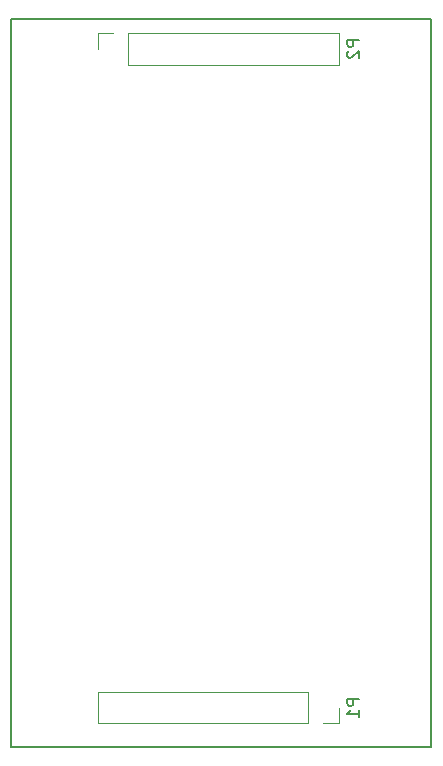
<source format=gbo>
G04 #@! TF.FileFunction,Legend,Bot*
%FSLAX46Y46*%
G04 Gerber Fmt 4.6, Leading zero omitted, Abs format (unit mm)*
G04 Created by KiCad (PCBNEW 4.0.7) date Wed Nov 28 14:25:24 2018*
%MOMM*%
%LPD*%
G01*
G04 APERTURE LIST*
%ADD10C,0.100000*%
%ADD11C,0.150000*%
%ADD12C,0.120000*%
G04 APERTURE END LIST*
D10*
D11*
X90170000Y-64770000D02*
X90170000Y-126365000D01*
X54610000Y-64770000D02*
X90170000Y-64770000D01*
X54610000Y-126365000D02*
X54610000Y-64770000D01*
X90170000Y-126365000D02*
X54610000Y-126365000D01*
D12*
X61908380Y-124372680D02*
X61908380Y-121712680D01*
X79748380Y-124372680D02*
X61908380Y-124372680D01*
X79748380Y-121712680D02*
X61908380Y-121712680D01*
X79748380Y-124372680D02*
X79748380Y-121712680D01*
X81018380Y-124372680D02*
X82348380Y-124372680D01*
X82348380Y-124372680D02*
X82348380Y-123042680D01*
X82343300Y-65954600D02*
X82343300Y-68614600D01*
X64503300Y-65954600D02*
X82343300Y-65954600D01*
X64503300Y-68614600D02*
X82343300Y-68614600D01*
X64503300Y-65954600D02*
X64503300Y-68614600D01*
X63233300Y-65954600D02*
X61903300Y-65954600D01*
X61903300Y-65954600D02*
X61903300Y-67284600D01*
D11*
X84018381Y-122304585D02*
X83018381Y-122304585D01*
X83018381Y-122685538D01*
X83066000Y-122780776D01*
X83113619Y-122828395D01*
X83208857Y-122876014D01*
X83351714Y-122876014D01*
X83446952Y-122828395D01*
X83494571Y-122780776D01*
X83542190Y-122685538D01*
X83542190Y-122304585D01*
X84018381Y-123828395D02*
X84018381Y-123256966D01*
X84018381Y-123542680D02*
X83018381Y-123542680D01*
X83161238Y-123447442D01*
X83256476Y-123352204D01*
X83304095Y-123256966D01*
X84018381Y-66508405D02*
X83018381Y-66508405D01*
X83018381Y-66889358D01*
X83066000Y-66984596D01*
X83113619Y-67032215D01*
X83208857Y-67079834D01*
X83351714Y-67079834D01*
X83446952Y-67032215D01*
X83494571Y-66984596D01*
X83542190Y-66889358D01*
X83542190Y-66508405D01*
X83113619Y-67460786D02*
X83066000Y-67508405D01*
X83018381Y-67603643D01*
X83018381Y-67841739D01*
X83066000Y-67936977D01*
X83113619Y-67984596D01*
X83208857Y-68032215D01*
X83304095Y-68032215D01*
X83446952Y-67984596D01*
X84018381Y-67413167D01*
X84018381Y-68032215D01*
M02*

</source>
